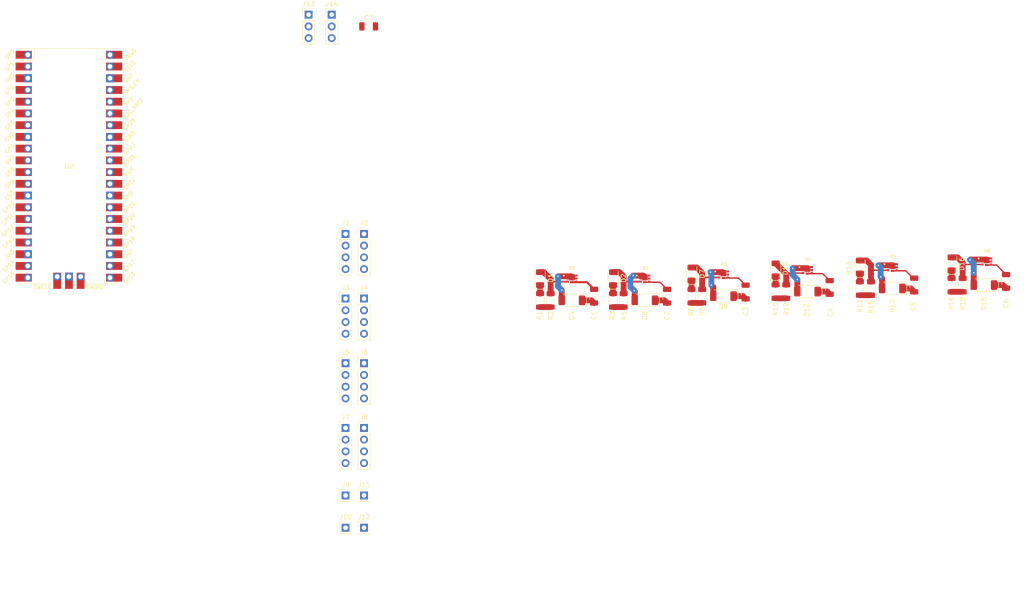
<source format=kicad_pcb>
(kicad_pcb (version 20240108) (generator "pcbnew") (generator_version "8.0")
  (layers (0 "F.Cu" signal "FIRST") (1 "In1.Cu" signal "SECOND") (2 "In2.Cu" power "GND") (31 "B.Cu" power "POWER") (34 "B.Paste" user) (35 "F.Paste" user) (36 "B.SilkS" user "B.Silkscreen") (37 "F.SilkS" user "F.Silkscreen") (38 "B.Mask" user) (39 "F.Mask" user) (44 "Edge.Cuts" user))
  (net 0 "")
  (net 1 "VCC")
  (net 2 "GND")
  (net 3 "/A_IN")
  (net 4 "Net-(D1-K)")
  (net 5 "Net-(D2-K)")
  (net 6 "/B_IN")
  (net 7 "/coil_driver/IN2")
  (net 8 "/coil_driver1/IN2")
  (net 9 "Net-(D7-K)")
  (net 10 "/C_IN")
  (net 11 "/coil_driver2/IN2")
  (net 12 "/D_IN")
  (net 13 "Net-(D10-K)")
  (net 14 "/coil_driver3/IN2")
  (net 15 "Net-(D13-K)")
  (net 16 "/E_IN")
  (net 17 "/coil_driver4/IN2")
  (net 18 "Net-(D16-K)")
  (net 19 "/F_IN")
  (net 20 "/coil_driver5/IN2")
  (footprint "Resistor_SMD:R_1206_3216Metric" (layer "F.Cu") (at 207.75 75.73125 -90)
    (property "Reference" "R15")
    (property "Value" "120k")
  )
  (footprint "Capacitor_SMD:C_1206_3216Metric" (layer "F.Cu") (at 163.6 77.4 90)
    (property "Reference" "C2")
    (property "Value" "10u")
  )
  (footprint "Connector_PinHeader_2.54mm:PinHeader_1x01_P2.54mm_Vertical" (layer "F.Cu") (at 98 120.54)
    (property "Reference" "J11")
    (property "Value" "Conn_01x01_Pin")
  )
  (footprint "Connector_PinHeader_2.54mm:PinHeader_1x04_P2.54mm_Vertical" (layer "F.Cu") (at 98 77.92)
    (property "Reference" "J4")
    (property "Value" "Conn_01x04_Pin")
  )
  (footprint "Resistor_SMD:R_1206_3216Metric" (layer "F.Cu") (at 205.35 75.73125 -90)
    (property "Reference" "R13")
    (property "Value" "1k")
  )
  (footprint "Diode_SMD:D_SOD-128" (layer "F.Cu") (at 212.35 75.73125 180)
    (property "Reference" "D15")
    (property "Value" "D_Small")
  )
  (footprint "Resistor_SMD:R_1206_3216Metric" (layer "F.Cu") (at 136.1 78.3 -90)
    (property "Reference" "R1")
    (property "Value" "1k")
  )
  (footprint "TRANSISTOR:TRANS_BUK9D23-40EX" (layer "F.Cu") (at 194 71.75)
    (property "Reference" "Q4")
    (property "Value" "BUK6D120")
  )
  (footprint "MCU_RaspberryPi_and_Boards:RPi_Pico_SMD_TH" (layer "F.Cu") (at 34.11 49.27)
    (property "Reference" "U2")
    (property "Value" "Pico")
  )
  (footprint "Diode_SMD:D_SOD-128" (layer "F.Cu") (at 175.8 77.4 180)
    (property "Reference" "D9")
    (property "Value" "D_Small")
  )
  (footprint "Connector_PinHeader_2.54mm:PinHeader_1x01_P2.54mm_Vertical" (layer "F.Cu") (at 98 127.54)
    (property "Reference" "J12")
    (property "Value" "Conn_01x01_Pin")
  )
  (footprint "TRANSISTOR:TRANS_BUK9D23-40EX" (layer "F.Cu") (at 158.8 73.6)
    (property "Reference" "Q2")
    (property "Value" "BUK6D120")
  )
  (footprint "Resistor_SMD:R_1206_3216Metric" (layer "F.Cu") (at 227.6 75 -90)
    (property "Reference" "R18")
    (property "Value" "120k")
  )
  (footprint "TRANSISTOR:TRANS_BUK9D23-40EX" (layer "F.Cu") (at 232.8 69.885)
    (property "Reference" "Q6")
    (property "Value" "BUK6D120")
  )
  (footprint "LED_SMD:LED_1206_3216Metric" (layer "F.Cu") (at 225.2 70.4 90)
    (property "Reference" "D16")
    (property "Value" "LED_Small_Filled")
  )
  (footprint "Resistor_SMD:R_1206_3216Metric" (layer "F.Cu") (at 138.4 78.3 -90)
    (property "Reference" "R2")
    (property "Value" "120k")
  )
  (footprint "Connector_PinHeader_2.54mm:PinHeader_1x04_P2.54mm_Vertical" (layer "F.Cu") (at 94 105.92)
    (property "Reference" "J7")
    (property "Value" "Conn_01x04_Pin")
  )
  (footprint "Capacitor_SMD:C_1206_3216Metric" (layer "F.Cu") (at 147.8 77.4 90)
    (property "Reference" "C1")
    (property "Value" "10u")
  )
  (footprint "Resistor_SMD:R_1206_3216Metric" (layer "F.Cu") (at 189.4 76.4 -90)
    (property "Reference" "R12")
    (property "Value" "120k")
  )
  (footprint "Connector_PinHeader_2.54mm:PinHeader_1x03_P2.54mm_Vertical" (layer "F.Cu") (at 91 16.46)
    (property "Reference" "J14")
    (property "Value" "Conn_01x03_Pin")
  )
  (footprint "TRANSISTOR:TRANS_BUK9D23-40EX" (layer "F.Cu") (at 175.8 72.7)
    (property "Reference" "Q3")
    (property "Value" "BUK6D120")
  )
  (footprint "LED_SMD:LED_1206_3216Metric" (layer "F.Cu") (at 136.1 73.6 90)
    (property "Reference" "D1")
    (property "Value" "LED_Small_Filled")
  )
  (footprint "Connector_PinHeader_2.54mm:PinHeader_1x04_P2.54mm_Vertical" (layer "F.Cu") (at 98 63.92)
    (property "Reference" "J2")
    (property "Value" "Conn_01x04_Pin")
  )
  (footprint "Connector_PinHeader_2.54mm:PinHeader_1x04_P2.54mm_Vertical" (layer "F.Cu") (at 98 91.92)
    (property "Reference" "J6")
    (property "Value" "Conn_01x04_Pin")
  )
  (footprint "Connector_PinHeader_2.54mm:PinHeader_1x04_P2.54mm_Vertical" (layer "F.Cu") (at 98 105.92)
    (property "Reference" "J8")
    (property "Value" "Conn_01x04_Pin")
  )
  (footprint "LED_SMD:LED_1206_3216Metric" (layer "F.Cu") (at 205.35 71.08125 90)
    (property "Reference" "D13")
    (property "Value" "LED_Small_Filled")
  )
  (footprint "Capacitor_SMD:C_1206_3216Metric" (layer "F.Cu") (at 237 74.2 90)
    (property "Reference" "C6")
    (property "Value" "10u")
  )
  (footprint "Resistor_SMD:R_1206_3216Metric" (layer "F.Cu") (at 187.1 76.4 -90)
    (property "Reference" "R10")
    (property "Value" "1k")
  )
  (footprint "Resistor_SMD:R_1206_3216Metric" (layer "F.Cu") (at 225.2 75 -90)
    (property "Reference" "R16")
    (property "Value" "1k")
  )
  (footprint "Capacitor_SMD:C_1206_3216Metric" (layer "F.Cu") (at 198.8 75.5 90)
    (property "Reference" "C4")
    (property "Value" "10u")
  )
  (footprint "Diode_SMD:D_SOD-128" (layer "F.Cu") (at 158.8 78.3 180)
    (property "Reference" "D6")
    (property "Value" "D_Small")
  )
  (footprint "Connector_PinHeader_2.54mm:PinHeader_1x03_P2.54mm_Vertical" (layer "F.Cu") (at 86 16.46)
    (property "Reference" "J13")
    (property "Value" "Conn_01x03_Pin")
  )
  (footprint "TRANSISTOR:TRANS_BUK9D23-40EX" (layer "F.Cu") (at 143 73.6)
    (property "Reference" "Q1")
    (property "Value" "BUK6D120")
  )
  (footprint "Connector_PinHeader_2.54mm:PinHeader_1x01_P2.54mm_Vertical" (layer "F.Cu") (at 94 127.54)
    (property "Reference" "J10")
    (property "Value" "Conn_01x01_Pin")
  )
  (footprint "Capacitor_SMD:C_1206_3216Metric" (layer "F.Cu") (at 180.6 76.5 90)
    (property "Reference" "C3")
    (property "Value" "10u")
  )
  (footprint "Capacitor_SMD:C_1206_3216Metric" (layer "F.Cu") (at 217.1 74.98125 90)
    (property "Reference" "C5")
    (property "Value" "10u")
  )
  (footprint "Connector_PinHeader_2.54mm:PinHeader_1x04_P2.54mm_Vertical" (layer "F.Cu") (at 94 77.92)
    (property "Reference" "J3")
    (property "Value" "Conn_01x04_Pin")
  )
  (footprint "LED_SMD:LED_1206_3216Metric" (layer "F.Cu") (at 187.1 71.7 90)
    (property "Reference" "D10")
    (property "Value" "LED_Small_Filled")
  )
  (footprint "LED_SMD:LED_1206_3216Metric" (layer "F.Cu") (at 151.9 73.6 90)
    (property "Reference" "D2")
    (property "Value" "LED_Small_Filled")
  )
  (footprint "Connector_PinHeader_2.54mm:PinHeader_1x01_P2.54mm_Vertical" (layer "F.Cu") (at 94 120.54)
    (property "Reference" "J9")
    (property "Value" "Conn_01x01_Pin")
  )
  (footprint "LED_SMD:LED_1206_3216Metric" (layer "F.Cu") (at 168.9 72.6 90)
    (property "Reference" "D7")
    (property "Value" "LED_Small_Filled")
  )
  (footprint "Diode_SMD:D_SOD-128" (layer "F.Cu") (at 194 76.4 180)
    (property "Reference" "D12")
    (property "Value" "D_Small")
  )
  (footprint "TRANSISTOR:TRANS_BUK9D23-40EX" (layer "F.Cu") (at 212.415 71.13125)
    (property "Reference" "Q5")
    (property "Value" "BUK6D120")
  )
  (footprint "Diode_SMD:D_SOD-128" (layer "F.Cu") (at 143 78.3 180)
    (property "Reference" "D4")
    (property "Value" "D_Small")
  )
  (footprint "Resistor_SMD:R_1206_3216Metric" (layer "F.Cu") (at 154.2 78.3 -90)
    (property "Reference" "R5")
    (property "Value" "120k")
  )
  (footprint "Connector_PinHeader_2.54mm:PinHeader_1x04_P2.54mm_Vertical" (layer "F.Cu") (at 94 63.92)
    (property "Reference" "J1")
    (property "Value" "Conn_01x04_Pin")
  )
  (footprint "Diode_SMD:D_SOD-128" (layer "F.Cu") (at 232.2 75 180)
    (property "Reference" "D18")
    (property "Value" "D_Small")
  )
  (footprint "Connector_PinHeader_2.54mm:PinHeader_1x04_P2.54mm_Vertical" (layer "F.Cu") (at 94 91.92)
    (property "Reference" "J5")
    (property "Value" "Conn_01x04_Pin")
  )
  (footprint "Resistor_SMD:R_1206_3216Metric" (layer "F.Cu") (at 168.9 77.4 -90)
    (property "Reference" "R6")
    (property "Value" "1k")
  )
  (footprint "Resistor_SMD:R_1206_3216Metric" (layer "F.Cu") (at 171.2 77.4 -90)
    (property "Reference" "R8")
    (property "Value" "120k")
  )
  (footprint "Capacitor_SMD:C_1206_3216Metric" (layer "F.Cu") (at 99 19)
    (property "Reference" "C7")
    (property "Value" "10u")
  )
  (footprint "Resistor_SMD:R_1206_3216Metric" (layer "F.Cu") (at 151.9 78.3 -90)
    (property "Reference" "R3")
    (property "Value" "1k")
  )
  (segment (start 161 78.3) (end 163.025 78.3) (width 1.27) (layer "F.Cu") (net 1))
  (segment (start 147.225 78.3) (end 147.8 78.875) (width 1.27) (layer "F.Cu") (net 1))
  (segment (start 236.325 75) (end 237 75.675) (width 1.27) (layer "F.Cu") (net 1))
  (segment (start 180.025 77.4) (end 180.6 77.975) (width 1.27) (layer "F.Cu") (net 1))
  (segment (start 163.025 78.3) (end 163.6 78.875) (width 1.27) (layer "F.Cu") (net 1))
  (segment (start 216.375 75.73125) (end 217.1 76.45625) (width 1.27) (layer "F.Cu") (net 1))
  (segment (start 198.225 76.4) (end 198.8 76.975) (width 1.27) (layer "F.Cu") (net 1))
  (segment (start 234.4 75) (end 236.325 75) (width 1.27) (layer "F.Cu") (net 1))
  (segment (start 178 77.4) (end 180.025 77.4) (width 1.27) (layer "F.Cu") (net 1))
  (segment (start 214.55 75.73125) (end 216.375 75.73125) (width 1.27) (layer "F.Cu") (net 1))
  (segment (start 196.2 76.4) (end 198.225 76.4) (width 1.27) (layer "F.Cu") (net 1))
  (segment (start 145.2 78.3) (end 147.225 78.3) (width 1.27) (layer "F.Cu") (net 1))
  (segment (start 194 72.525) (end 197.3 72.525) (width 0.3048) (layer "F.Cu") (net 2))
  (segment (start 187.1 77.8625) (end 189.4 77.8625) (width 1.27) (layer "F.Cu") (net 2))
  (segment (start 215.275 71.90625) (end 212.415 71.90625) (width 0.3048) (layer "F.Cu") (net 2))
  (segment (start 136.1 79.7625) (end 138.4 79.7625) (width 1.27) (layer "F.Cu") (net 2))
  (segment (start 216.875 73.50625) (end 215.275 71.90625) (width 0.3048) (layer "F.Cu") (net 2))
  (segment (start 143 74.375) (end 146.25 74.375) (width 0.4572) (layer "F.Cu") (net 2))
  (segment (start 158.8 74.375) (end 162.05 74.375) (width 0.3048) (layer "F.Cu") (net 2))
  (segment (start 151.9 79.7625) (end 154.2 79.7625) (width 1.27) (layer "F.Cu") (net 2))
  (segment (start 179.05 73.475) (end 180.6 75.025) (width 0.3048) (layer "F.Cu") (net 2))
  (segment (start 175.8 73.475) (end 179.05 73.475) (width 0.3048) (layer "F.Cu") (net 2))
  (segment (start 217.1 73.50625) (end 216.875 73.50625) (width 0.3048) (layer "F.Cu") (net 2))
  (segment (start 197.3 72.525) (end 198.8 74.025) (width 0.3048) (layer "F.Cu") (net 2))
  (segment (start 225.2 76.4625) (end 227.6 76.4625) (width 1.27) (layer "F.Cu") (net 2))
  (segment (start 205.35 77.19375) (end 207.75 77.19375) (width 1.27) (layer "F.Cu") (net 2))
  (segment (start 146.25 74.375) (end 147.8 75.925) (width 0.4572) (layer "F.Cu") (net 2))
  (segment (start 168.9 78.8625) (end 171.2 78.8625) (width 1.27) (layer "F.Cu") (net 2))
  (segment (start 232.8 70.66) (end 234.935 70.66) (width 0.3048) (layer "F.Cu") (net 2))
  (segment (start 162.05 74.375) (end 163.6 75.925) (width 0.3048) (layer "F.Cu") (net 2))
  (segment (start 234.935 70.66) (end 237 72.725) (width 0.3048) (layer "F.Cu") (net 2))
  (segment (start 138.4 76.8375) (end 138.4 73.7) (width 1.27) (layer "F.Cu") (net 3))
  (segment (start 138.95 74.25) (end 138.4 73.7) (width 0.381) (layer "F.Cu") (net 3))
  (segment (start 136.9 72.2) (end 136.1 72.2) (width 1.27) (layer "F.Cu") (net 3))
  (segment (start 138.4 73.7) (end 136.9 72.2) (width 1.27) (layer "F.Cu") (net 3))
  (segment (start 142.065 74.25) (end 138.95 74.25) (width 0.381) (layer "F.Cu") (net 3))
  (segment (start 136.1 75) (end 136.1 76.8375) (width 1.27) (layer "F.Cu") (net 4))
  (segment (start 151.9 75) (end 151.9 76.8375) (width 1.27) (layer "F.Cu") (net 5))
  (segment (start 154.2 73.1) (end 154.2 74.4) (width 1.27) (layer "F.Cu") (net 6))
  (segment (start 157.865 74.25) (end 154.35 74.25) (width 0.381) (layer "F.Cu") (net 6))
  (segment (start 151.9 72.2) (end 153.3 72.2) (width 1.27) (layer "F.Cu") (net 6))
  (segment (start 153.3 72.2) (end 154.2 73.1) (width 1.27) (layer "F.Cu") (net 6))
  (segment (start 154.2 74.4) (end 154.2 76.8375) (width 1.27) (layer "F.Cu") (net 6))
  (segment (start 154.35 74.25) (end 154.2 74.4) (width 0.381) (layer "F.Cu") (net 6))
  (segment (start 142.065 73.6) (end 143.935 73.6) (width 0.381) (layer "F.Cu") (net 7))
  (segment (start 142.7886 73.1) (end 143 73.3114) (width 1.27) (layer "F.Cu") (net 7))
  (segment (start 140.8 78.3) (end 140.8 76.1) (width 1.27) (layer "F.Cu") (net 7))
  (segment (start 143.935 72.95) (end 142.065 72.95) (width 0.381) (layer "F.Cu") (net 7))
  (segment (start 140 73.1) (end 142.7886 73.1) (width 1.27) (layer "F.Cu") (net 7))
  (segment (start 142.065 73.6) (end 142.065 72.95) (width 0.381) (layer "F.Cu") (net 7))
  (via (at 140 73.1) (size 0.6) (drill 0.3) (layers "F.Cu" "B.Cu") (net 7))
  (via (at 140.8 76.1) (size 0.6) (drill 0.3) (layers "F.Cu" "B.Cu") (net 7))
  (segment (start 140.8 76.1) (end 140 75.3) (width 1.27) (layer "B.Cu") (net 7))
  (segment (start 140 75.3) (end 140 73.1) (width 1.27) (layer "B.Cu") (net 7))
  (segment (start 158.435 72.95) (end 158.8 73.315) (width 1.27) (layer "F.Cu") (net 8))
  (segment (start 156.6 76.3) (end 156.5 76.2) (width 1.27) (layer "F.Cu") (net 8))
  (segment (start 156.6 78.3) (end 156.6 76.3) (width 1.27) (layer "F.Cu") (net 8))
  (segment (start 156.3 72.95) (end 158.435 72.95) (width 1.27) (layer "F.Cu") (net 8))
  (via (at 156.3 72.95) (size 0.6) (drill 0.3) (layers "F.Cu" "B.Cu") (net 8))
  (via (at 156.5 76.2) (size 0.6) (drill 0.3) (layers "F.Cu" "B.Cu") (net 8))
  (segment (start 156.3 72.95) (end 155.65 73.6) (width 1.27) (layer "B.Cu") (net 8))
  (segment (start 155.65 73.6) (end 155.65 75.35) (width 1.27) (layer "B.Cu") (net 8))
  (segment (start 155.65 75.35) (end 156.5 76.2) (width 1.27) (layer "B.Cu") (net 8))
  (segment (start 168.9 74) (end 168.9 75.9375) (width 1.27) (layer "F.Cu") (net 9))
  (segment (start 171.2 72.4) (end 170 71.2) (width 1.27) (layer "F.Cu") (net 10))
  (segment (start 174.865 73.35) (end 171.35 73.35) (width 0.381) (layer "F.Cu") (net 10))
  (segment (start 171.2 75.9375) (end 171.2 73.2) (width 1.27) (layer "F.Cu") (net 10))
  (segment (start 171.2 73.2) (end 171.2 72.4) (width 1.27) (layer "F.Cu") (net 10))
  (segment (start 170 71.2) (end 168.9 71.2) (width 1.27) (layer "F.Cu") (net 10))
  (segment (start 171.35 73.35) (end 171.2 73.2) (width 0.381) (layer "F.Cu") (net 10))
  (segment (start 173.6 77.4) (end 173.6 75.4) (width 1.27) (layer "F.Cu") (net 11))
  (segment (start 173 72.2) (end 175.585 72.2) (width 1.27) (layer "F.Cu") (net 11))
  (segment (start 173.6 75.4) (end 173.2 75) (width 1.27) (layer "F.Cu") (net 11))
  (segment (start 175.585 72.2) (end 175.8 72.415) (width 1.27) (layer "F.Cu") (net 11))
  (via (at 173.2 75) (size 0.6) (drill 0.3) (layers "F.Cu" "B.Cu") (net 11))
  (via (at 173 72.2) (size 0.6) (drill 0.3) (layers "F.Cu" "B.Cu") (net 11))
  (segment (start 173.2 75) (end 173.2 72.4) (width 1.27) (layer "B.Cu") (net 11))
  (segment (start 173.2 72.4) (end 173 72.2) (width 1.27) (layer "B.Cu") (net 11))
  (segment (start 189.6 72.4) (end 189.4 72.6) (width 0.3048) (layer "F.Cu") (net 12))
  (segment (start 189.4 72.6) (end 189.4 74.9375) (width 1.27) (layer "F.Cu") (net 12))
  (segment (start 193.065 72.4) (end 189.6 72.4) (width 0.3048) (layer "F.Cu") (net 12))
  (segment (start 187.1 70.3) (end 189.4 72.6) (width 1.27) (layer "F.Cu") (net 12))
  (segment (start 187.1 73.1) (end 187.1 74.9375) (width 1.27) (layer "F.Cu") (net 13))
  (segment (start 190.86 71.34) (end 194 71.34) (width 1.27) (layer "F.Cu") (net 14))
  (segment (start 190.8 71.4) (end 190.86 71.34) (width 1.27) (layer "F.Cu") (net 14))
  (segment (start 191.8 76.4) (end 191.8 73.8) (width 1.27) (layer "F.Cu") (net 14))
  (via (at 191.8 73.8) (size 0.6) (drill 0.3) (layers "F.Cu" "B.Cu") (net 14))
  (via (at 190.8 71.4) (size 0.6) (drill 0.3) (layers "F.Cu" "B.Cu") (net 14))
  (segment (start 191.8 73.8) (end 190.8 72.8) (width 1.27) (layer "B.Cu") (net 14))
  (segment (start 190.8 72.8) (end 190.8 71.4) (width 1.27) (layer "B.Cu") (net 14))
  (segment (start 205.35 72.48125) (end 205.35 74.26875) (width 1.27) (layer "F.Cu") (net 15))
  (segment (start 207.75 74.26875) (end 207.75 71.73125) (width 1.27) (layer "F.Cu") (net 16))
  (segment (start 207.8 71.78125) (end 207.75 71.73125) (width 0.3048) (layer "F.Cu") (net 16))
  (segment (start 207.75 70.63125) (end 206.8 69.68125) (width 1.27) (layer "F.Cu") (net 16))
  (segment (start 211.48 71.78125) (end 207.8 71.78125) (width 0.3048) (layer "F.Cu") (net 16))
  (segment (start 207.75 71.73125) (end 207.75 70.63125) (width 1.27) (layer "F.Cu") (net 16))
  (segment (start 206.8 69.68125) (end 205.35 69.68125) (width 1.27) (layer "F.Cu") (net 16))
  (segment (start 213.35 71.13125) (end 212.7 71.13125) (width 0.3048) (layer "F.Cu") (net 17))
  (segment (start 213.35 70.48125) (end 212.78 70.48125) (width 0.3048) (layer "F.Cu") (net 17))
  (segment (start 212.78 70.48125) (end 212.415 70.84625) (width 0.3048) (layer "F.Cu") (net 17))
  (segment (start 210.15 73.53125) (end 209.85 73.23125) (width 1.27) (layer "F.Cu") (net 17))
  (segment (start 212.7 71.13125) (end 212.415 70.84625) (width 0.3048) (layer "F.Cu") (net 17))
  (segment (start 209.36 70.72125) (end 212.415 70.72125) (width 1.27) (layer "F.Cu") (net 17))
  (segment (start 210.15 75.73125) (end 210.15 73.53125) (width 1.27) (layer "F.Cu") (net 17))
  (segment (start 209.35 70.73125) (end 209.36 70.72125) (width 1.27) (layer "F.Cu") (net 17))
  (via (at 209.35 70.73125) (size 0.6) (drill 0.3) (layers "F.Cu" "B.Cu") (net 17))
  (via (at 209.85 73.23125) (size 0.6) (drill 0.3) (layers "F.Cu" "B.Cu") (net 17))
  (segment (start 209.85 73.23125) (end 209.85 71.23125) (width 1.27) (layer "B.Cu") (net 17))
  (segment (start 209.85 71.23125) (end 209.35 70.73125) (width 1.27) (layer "B.Cu") (net 17))
  (segment (start 225.2 71.8) (end 225.2 73.5375) (width 1.27) (layer "F.Cu") (net 18))
  (segment (start 227.6 73.5375) (end 227.6 70.9375) (width 1.27) (layer "F.Cu") (net 19))
  (segment (start 228.0025 70.535) (end 227.6 70.9375) (width 0.3048) (layer "F.Cu") (net 19))
  (segment (start 226.4625 69) (end 225.2 69) (width 1.27) (layer "F.Cu") (net 19))
  (segment (start 227.6 70.9375) (end 227.6 70.1375) (width 1.27) (layer "F.Cu") (net 19))
  (segment (start 227.6 70.1375) (end 226.4625 69) (width 1.27) (layer "F.Cu") (net 19))
  (segment (start 231.865 70.535) (end 228.0025 70.535) (width 0.3048) (layer "F.Cu") (net 19))
  (segment (start 233.735 69.885) (end 233.085 69.885) (width 0.3048) (layer "F.Cu") (net 20))
  (segment (start 233.735 69.235) (end 233.165 69.235) (width 0.3048) (layer "F.Cu") (net 20))
  (segment (start 229.2 69.5375) (end 229.2625 69.475) (width 1.27) (layer "F.Cu") (net 20))
  (segment (start 229.2625 69.475) (end 232.8 69.475) (width 1.27) (layer "F.Cu") (net 20))
  (segment (start 233.165 69.235) (end 232.8 69.6) (width 0.3048) (layer "F.Cu") (net 20))
  (segment (start 230 75) (end 230 72.3375) (width 1.27) (layer "F.Cu") (net 20))
  (segment (start 233.085 69.885) (end 232.8 69.6) (width 0.3048) (layer "F.Cu") (net 20))
  (via (at 230 72.3375) (size 0.6) (drill 0.3) (layers "F.Cu" "B.Cu") (net 20))
  (via (at 229.2 69.5375) (size 0.6) (drill 0.3) (layers "F.Cu" "B.Cu") (net 20))
  (segment (start 230 72.3375) (end 230 70.3375) (width 1.27) (layer "B.Cu") (net 20))
  (segment (start 230 70.3375) (end 229.2 69.5375) (width 1.27) (layer "B.Cu") (net 20))
)
</source>
